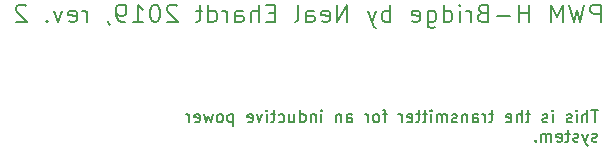
<source format=gbo>
G04 #@! TF.GenerationSoftware,KiCad,Pcbnew,(5.1.2)-2*
G04 #@! TF.CreationDate,2019-09-19T14:38:40-05:00*
G04 #@! TF.ProjectId,PWM-H-Bridge,50574d2d-482d-4427-9269-6467652e6b69,rev?*
G04 #@! TF.SameCoordinates,Original*
G04 #@! TF.FileFunction,Legend,Bot*
G04 #@! TF.FilePolarity,Positive*
%FSLAX46Y46*%
G04 Gerber Fmt 4.6, Leading zero omitted, Abs format (unit mm)*
G04 Created by KiCad (PCBNEW (5.1.2)-2) date 2019-09-19 14:38:40*
%MOMM*%
%LPD*%
G04 APERTURE LIST*
%ADD10C,0.150000*%
%ADD11C,0.200000*%
G04 APERTURE END LIST*
D10*
X109307261Y-61127380D02*
X108735833Y-61127380D01*
X109021547Y-62127380D02*
X109021547Y-61127380D01*
X108402500Y-62127380D02*
X108402500Y-61127380D01*
X107973928Y-62127380D02*
X107973928Y-61603571D01*
X108021547Y-61508333D01*
X108116785Y-61460714D01*
X108259642Y-61460714D01*
X108354880Y-61508333D01*
X108402500Y-61555952D01*
X107497738Y-62127380D02*
X107497738Y-61460714D01*
X107497738Y-61127380D02*
X107545357Y-61175000D01*
X107497738Y-61222619D01*
X107450119Y-61175000D01*
X107497738Y-61127380D01*
X107497738Y-61222619D01*
X107069166Y-62079761D02*
X106973928Y-62127380D01*
X106783452Y-62127380D01*
X106688214Y-62079761D01*
X106640595Y-61984523D01*
X106640595Y-61936904D01*
X106688214Y-61841666D01*
X106783452Y-61794047D01*
X106926309Y-61794047D01*
X107021547Y-61746428D01*
X107069166Y-61651190D01*
X107069166Y-61603571D01*
X107021547Y-61508333D01*
X106926309Y-61460714D01*
X106783452Y-61460714D01*
X106688214Y-61508333D01*
X105450119Y-62127380D02*
X105450119Y-61460714D01*
X105450119Y-61127380D02*
X105497738Y-61175000D01*
X105450119Y-61222619D01*
X105402500Y-61175000D01*
X105450119Y-61127380D01*
X105450119Y-61222619D01*
X105021547Y-62079761D02*
X104926309Y-62127380D01*
X104735833Y-62127380D01*
X104640595Y-62079761D01*
X104592976Y-61984523D01*
X104592976Y-61936904D01*
X104640595Y-61841666D01*
X104735833Y-61794047D01*
X104878690Y-61794047D01*
X104973928Y-61746428D01*
X105021547Y-61651190D01*
X105021547Y-61603571D01*
X104973928Y-61508333D01*
X104878690Y-61460714D01*
X104735833Y-61460714D01*
X104640595Y-61508333D01*
X103545357Y-61460714D02*
X103164404Y-61460714D01*
X103402500Y-61127380D02*
X103402500Y-61984523D01*
X103354880Y-62079761D01*
X103259642Y-62127380D01*
X103164404Y-62127380D01*
X102831071Y-62127380D02*
X102831071Y-61127380D01*
X102402500Y-62127380D02*
X102402500Y-61603571D01*
X102450119Y-61508333D01*
X102545357Y-61460714D01*
X102688214Y-61460714D01*
X102783452Y-61508333D01*
X102831071Y-61555952D01*
X101545357Y-62079761D02*
X101640595Y-62127380D01*
X101831071Y-62127380D01*
X101926309Y-62079761D01*
X101973928Y-61984523D01*
X101973928Y-61603571D01*
X101926309Y-61508333D01*
X101831071Y-61460714D01*
X101640595Y-61460714D01*
X101545357Y-61508333D01*
X101497738Y-61603571D01*
X101497738Y-61698809D01*
X101973928Y-61794047D01*
X100450119Y-61460714D02*
X100069166Y-61460714D01*
X100307261Y-61127380D02*
X100307261Y-61984523D01*
X100259642Y-62079761D01*
X100164404Y-62127380D01*
X100069166Y-62127380D01*
X99735833Y-62127380D02*
X99735833Y-61460714D01*
X99735833Y-61651190D02*
X99688214Y-61555952D01*
X99640595Y-61508333D01*
X99545357Y-61460714D01*
X99450119Y-61460714D01*
X98688214Y-62127380D02*
X98688214Y-61603571D01*
X98735833Y-61508333D01*
X98831071Y-61460714D01*
X99021547Y-61460714D01*
X99116785Y-61508333D01*
X98688214Y-62079761D02*
X98783452Y-62127380D01*
X99021547Y-62127380D01*
X99116785Y-62079761D01*
X99164404Y-61984523D01*
X99164404Y-61889285D01*
X99116785Y-61794047D01*
X99021547Y-61746428D01*
X98783452Y-61746428D01*
X98688214Y-61698809D01*
X98212023Y-61460714D02*
X98212023Y-62127380D01*
X98212023Y-61555952D02*
X98164404Y-61508333D01*
X98069166Y-61460714D01*
X97926309Y-61460714D01*
X97831071Y-61508333D01*
X97783452Y-61603571D01*
X97783452Y-62127380D01*
X97354880Y-62079761D02*
X97259642Y-62127380D01*
X97069166Y-62127380D01*
X96973928Y-62079761D01*
X96926309Y-61984523D01*
X96926309Y-61936904D01*
X96973928Y-61841666D01*
X97069166Y-61794047D01*
X97212023Y-61794047D01*
X97307261Y-61746428D01*
X97354880Y-61651190D01*
X97354880Y-61603571D01*
X97307261Y-61508333D01*
X97212023Y-61460714D01*
X97069166Y-61460714D01*
X96973928Y-61508333D01*
X96497738Y-62127380D02*
X96497738Y-61460714D01*
X96497738Y-61555952D02*
X96450119Y-61508333D01*
X96354880Y-61460714D01*
X96212023Y-61460714D01*
X96116785Y-61508333D01*
X96069166Y-61603571D01*
X96069166Y-62127380D01*
X96069166Y-61603571D02*
X96021547Y-61508333D01*
X95926309Y-61460714D01*
X95783452Y-61460714D01*
X95688214Y-61508333D01*
X95640595Y-61603571D01*
X95640595Y-62127380D01*
X95164404Y-62127380D02*
X95164404Y-61460714D01*
X95164404Y-61127380D02*
X95212023Y-61175000D01*
X95164404Y-61222619D01*
X95116785Y-61175000D01*
X95164404Y-61127380D01*
X95164404Y-61222619D01*
X94831071Y-61460714D02*
X94450119Y-61460714D01*
X94688214Y-61127380D02*
X94688214Y-61984523D01*
X94640595Y-62079761D01*
X94545357Y-62127380D01*
X94450119Y-62127380D01*
X94259642Y-61460714D02*
X93878690Y-61460714D01*
X94116785Y-61127380D02*
X94116785Y-61984523D01*
X94069166Y-62079761D01*
X93973928Y-62127380D01*
X93878690Y-62127380D01*
X93164404Y-62079761D02*
X93259642Y-62127380D01*
X93450119Y-62127380D01*
X93545357Y-62079761D01*
X93592976Y-61984523D01*
X93592976Y-61603571D01*
X93545357Y-61508333D01*
X93450119Y-61460714D01*
X93259642Y-61460714D01*
X93164404Y-61508333D01*
X93116785Y-61603571D01*
X93116785Y-61698809D01*
X93592976Y-61794047D01*
X92688214Y-62127380D02*
X92688214Y-61460714D01*
X92688214Y-61651190D02*
X92640595Y-61555952D01*
X92592976Y-61508333D01*
X92497738Y-61460714D01*
X92402500Y-61460714D01*
X91450119Y-61460714D02*
X91069166Y-61460714D01*
X91307261Y-62127380D02*
X91307261Y-61270238D01*
X91259642Y-61175000D01*
X91164404Y-61127380D01*
X91069166Y-61127380D01*
X90592976Y-62127380D02*
X90688214Y-62079761D01*
X90735833Y-62032142D01*
X90783452Y-61936904D01*
X90783452Y-61651190D01*
X90735833Y-61555952D01*
X90688214Y-61508333D01*
X90592976Y-61460714D01*
X90450119Y-61460714D01*
X90354880Y-61508333D01*
X90307261Y-61555952D01*
X90259642Y-61651190D01*
X90259642Y-61936904D01*
X90307261Y-62032142D01*
X90354880Y-62079761D01*
X90450119Y-62127380D01*
X90592976Y-62127380D01*
X89831071Y-62127380D02*
X89831071Y-61460714D01*
X89831071Y-61651190D02*
X89783452Y-61555952D01*
X89735833Y-61508333D01*
X89640595Y-61460714D01*
X89545357Y-61460714D01*
X88021547Y-62127380D02*
X88021547Y-61603571D01*
X88069166Y-61508333D01*
X88164404Y-61460714D01*
X88354880Y-61460714D01*
X88450119Y-61508333D01*
X88021547Y-62079761D02*
X88116785Y-62127380D01*
X88354880Y-62127380D01*
X88450119Y-62079761D01*
X88497738Y-61984523D01*
X88497738Y-61889285D01*
X88450119Y-61794047D01*
X88354880Y-61746428D01*
X88116785Y-61746428D01*
X88021547Y-61698809D01*
X87545357Y-61460714D02*
X87545357Y-62127380D01*
X87545357Y-61555952D02*
X87497738Y-61508333D01*
X87402500Y-61460714D01*
X87259642Y-61460714D01*
X87164404Y-61508333D01*
X87116785Y-61603571D01*
X87116785Y-62127380D01*
X85878690Y-62127380D02*
X85878690Y-61460714D01*
X85878690Y-61127380D02*
X85926309Y-61175000D01*
X85878690Y-61222619D01*
X85831071Y-61175000D01*
X85878690Y-61127380D01*
X85878690Y-61222619D01*
X85402500Y-61460714D02*
X85402500Y-62127380D01*
X85402500Y-61555952D02*
X85354880Y-61508333D01*
X85259642Y-61460714D01*
X85116785Y-61460714D01*
X85021547Y-61508333D01*
X84973928Y-61603571D01*
X84973928Y-62127380D01*
X84069166Y-62127380D02*
X84069166Y-61127380D01*
X84069166Y-62079761D02*
X84164404Y-62127380D01*
X84354880Y-62127380D01*
X84450119Y-62079761D01*
X84497738Y-62032142D01*
X84545357Y-61936904D01*
X84545357Y-61651190D01*
X84497738Y-61555952D01*
X84450119Y-61508333D01*
X84354880Y-61460714D01*
X84164404Y-61460714D01*
X84069166Y-61508333D01*
X83164404Y-61460714D02*
X83164404Y-62127380D01*
X83592976Y-61460714D02*
X83592976Y-61984523D01*
X83545357Y-62079761D01*
X83450119Y-62127380D01*
X83307261Y-62127380D01*
X83212023Y-62079761D01*
X83164404Y-62032142D01*
X82259642Y-62079761D02*
X82354880Y-62127380D01*
X82545357Y-62127380D01*
X82640595Y-62079761D01*
X82688214Y-62032142D01*
X82735833Y-61936904D01*
X82735833Y-61651190D01*
X82688214Y-61555952D01*
X82640595Y-61508333D01*
X82545357Y-61460714D01*
X82354880Y-61460714D01*
X82259642Y-61508333D01*
X81973928Y-61460714D02*
X81592976Y-61460714D01*
X81831071Y-61127380D02*
X81831071Y-61984523D01*
X81783452Y-62079761D01*
X81688214Y-62127380D01*
X81592976Y-62127380D01*
X81259642Y-62127380D02*
X81259642Y-61460714D01*
X81259642Y-61127380D02*
X81307261Y-61175000D01*
X81259642Y-61222619D01*
X81212023Y-61175000D01*
X81259642Y-61127380D01*
X81259642Y-61222619D01*
X80878690Y-61460714D02*
X80640595Y-62127380D01*
X80402500Y-61460714D01*
X79640595Y-62079761D02*
X79735833Y-62127380D01*
X79926309Y-62127380D01*
X80021547Y-62079761D01*
X80069166Y-61984523D01*
X80069166Y-61603571D01*
X80021547Y-61508333D01*
X79926309Y-61460714D01*
X79735833Y-61460714D01*
X79640595Y-61508333D01*
X79592976Y-61603571D01*
X79592976Y-61698809D01*
X80069166Y-61794047D01*
X78402500Y-61460714D02*
X78402500Y-62460714D01*
X78402500Y-61508333D02*
X78307261Y-61460714D01*
X78116785Y-61460714D01*
X78021547Y-61508333D01*
X77973928Y-61555952D01*
X77926309Y-61651190D01*
X77926309Y-61936904D01*
X77973928Y-62032142D01*
X78021547Y-62079761D01*
X78116785Y-62127380D01*
X78307261Y-62127380D01*
X78402500Y-62079761D01*
X77354880Y-62127380D02*
X77450119Y-62079761D01*
X77497738Y-62032142D01*
X77545357Y-61936904D01*
X77545357Y-61651190D01*
X77497738Y-61555952D01*
X77450119Y-61508333D01*
X77354880Y-61460714D01*
X77212023Y-61460714D01*
X77116785Y-61508333D01*
X77069166Y-61555952D01*
X77021547Y-61651190D01*
X77021547Y-61936904D01*
X77069166Y-62032142D01*
X77116785Y-62079761D01*
X77212023Y-62127380D01*
X77354880Y-62127380D01*
X76688214Y-61460714D02*
X76497738Y-62127380D01*
X76307261Y-61651190D01*
X76116785Y-62127380D01*
X75926309Y-61460714D01*
X75164404Y-62079761D02*
X75259642Y-62127380D01*
X75450119Y-62127380D01*
X75545357Y-62079761D01*
X75592976Y-61984523D01*
X75592976Y-61603571D01*
X75545357Y-61508333D01*
X75450119Y-61460714D01*
X75259642Y-61460714D01*
X75164404Y-61508333D01*
X75116785Y-61603571D01*
X75116785Y-61698809D01*
X75592976Y-61794047D01*
X74688214Y-62127380D02*
X74688214Y-61460714D01*
X74688214Y-61651190D02*
X74640595Y-61555952D01*
X74592976Y-61508333D01*
X74497738Y-61460714D01*
X74402500Y-61460714D01*
X109212023Y-63729761D02*
X109116785Y-63777380D01*
X108926309Y-63777380D01*
X108831071Y-63729761D01*
X108783452Y-63634523D01*
X108783452Y-63586904D01*
X108831071Y-63491666D01*
X108926309Y-63444047D01*
X109069166Y-63444047D01*
X109164404Y-63396428D01*
X109212023Y-63301190D01*
X109212023Y-63253571D01*
X109164404Y-63158333D01*
X109069166Y-63110714D01*
X108926309Y-63110714D01*
X108831071Y-63158333D01*
X108450119Y-63110714D02*
X108212023Y-63777380D01*
X107973928Y-63110714D02*
X108212023Y-63777380D01*
X108307261Y-64015476D01*
X108354880Y-64063095D01*
X108450119Y-64110714D01*
X107640595Y-63729761D02*
X107545357Y-63777380D01*
X107354880Y-63777380D01*
X107259642Y-63729761D01*
X107212023Y-63634523D01*
X107212023Y-63586904D01*
X107259642Y-63491666D01*
X107354880Y-63444047D01*
X107497738Y-63444047D01*
X107592976Y-63396428D01*
X107640595Y-63301190D01*
X107640595Y-63253571D01*
X107592976Y-63158333D01*
X107497738Y-63110714D01*
X107354880Y-63110714D01*
X107259642Y-63158333D01*
X106926309Y-63110714D02*
X106545357Y-63110714D01*
X106783452Y-62777380D02*
X106783452Y-63634523D01*
X106735833Y-63729761D01*
X106640595Y-63777380D01*
X106545357Y-63777380D01*
X105831071Y-63729761D02*
X105926309Y-63777380D01*
X106116785Y-63777380D01*
X106212023Y-63729761D01*
X106259642Y-63634523D01*
X106259642Y-63253571D01*
X106212023Y-63158333D01*
X106116785Y-63110714D01*
X105926309Y-63110714D01*
X105831071Y-63158333D01*
X105783452Y-63253571D01*
X105783452Y-63348809D01*
X106259642Y-63444047D01*
X105354880Y-63777380D02*
X105354880Y-63110714D01*
X105354880Y-63205952D02*
X105307261Y-63158333D01*
X105212023Y-63110714D01*
X105069166Y-63110714D01*
X104973928Y-63158333D01*
X104926309Y-63253571D01*
X104926309Y-63777380D01*
X104926309Y-63253571D02*
X104878690Y-63158333D01*
X104783452Y-63110714D01*
X104640595Y-63110714D01*
X104545357Y-63158333D01*
X104497738Y-63253571D01*
X104497738Y-63777380D01*
X104021547Y-63682142D02*
X103973928Y-63729761D01*
X104021547Y-63777380D01*
X104069166Y-63729761D01*
X104021547Y-63682142D01*
X104021547Y-63777380D01*
D11*
X109512857Y-53678571D02*
X109512857Y-52178571D01*
X108941428Y-52178571D01*
X108798571Y-52250000D01*
X108727142Y-52321428D01*
X108655714Y-52464285D01*
X108655714Y-52678571D01*
X108727142Y-52821428D01*
X108798571Y-52892857D01*
X108941428Y-52964285D01*
X109512857Y-52964285D01*
X108155714Y-52178571D02*
X107798571Y-53678571D01*
X107512857Y-52607142D01*
X107227142Y-53678571D01*
X106870000Y-52178571D01*
X106298571Y-53678571D02*
X106298571Y-52178571D01*
X105798571Y-53250000D01*
X105298571Y-52178571D01*
X105298571Y-53678571D01*
X103441428Y-53678571D02*
X103441428Y-52178571D01*
X103441428Y-52892857D02*
X102584285Y-52892857D01*
X102584285Y-53678571D02*
X102584285Y-52178571D01*
X101870000Y-53107142D02*
X100727142Y-53107142D01*
X99512857Y-52892857D02*
X99298571Y-52964285D01*
X99227142Y-53035714D01*
X99155714Y-53178571D01*
X99155714Y-53392857D01*
X99227142Y-53535714D01*
X99298571Y-53607142D01*
X99441428Y-53678571D01*
X100012857Y-53678571D01*
X100012857Y-52178571D01*
X99512857Y-52178571D01*
X99370000Y-52250000D01*
X99298571Y-52321428D01*
X99227142Y-52464285D01*
X99227142Y-52607142D01*
X99298571Y-52750000D01*
X99370000Y-52821428D01*
X99512857Y-52892857D01*
X100012857Y-52892857D01*
X98512857Y-53678571D02*
X98512857Y-52678571D01*
X98512857Y-52964285D02*
X98441428Y-52821428D01*
X98370000Y-52750000D01*
X98227142Y-52678571D01*
X98084285Y-52678571D01*
X97584285Y-53678571D02*
X97584285Y-52678571D01*
X97584285Y-52178571D02*
X97655714Y-52250000D01*
X97584285Y-52321428D01*
X97512857Y-52250000D01*
X97584285Y-52178571D01*
X97584285Y-52321428D01*
X96227142Y-53678571D02*
X96227142Y-52178571D01*
X96227142Y-53607142D02*
X96370000Y-53678571D01*
X96655714Y-53678571D01*
X96798571Y-53607142D01*
X96870000Y-53535714D01*
X96941428Y-53392857D01*
X96941428Y-52964285D01*
X96870000Y-52821428D01*
X96798571Y-52750000D01*
X96655714Y-52678571D01*
X96370000Y-52678571D01*
X96227142Y-52750000D01*
X94870000Y-52678571D02*
X94870000Y-53892857D01*
X94941428Y-54035714D01*
X95012857Y-54107142D01*
X95155714Y-54178571D01*
X95370000Y-54178571D01*
X95512857Y-54107142D01*
X94870000Y-53607142D02*
X95012857Y-53678571D01*
X95298571Y-53678571D01*
X95441428Y-53607142D01*
X95512857Y-53535714D01*
X95584285Y-53392857D01*
X95584285Y-52964285D01*
X95512857Y-52821428D01*
X95441428Y-52750000D01*
X95298571Y-52678571D01*
X95012857Y-52678571D01*
X94870000Y-52750000D01*
X93584285Y-53607142D02*
X93727142Y-53678571D01*
X94012857Y-53678571D01*
X94155714Y-53607142D01*
X94227142Y-53464285D01*
X94227142Y-52892857D01*
X94155714Y-52750000D01*
X94012857Y-52678571D01*
X93727142Y-52678571D01*
X93584285Y-52750000D01*
X93512857Y-52892857D01*
X93512857Y-53035714D01*
X94227142Y-53178571D01*
X91727142Y-53678571D02*
X91727142Y-52178571D01*
X91727142Y-52750000D02*
X91584285Y-52678571D01*
X91298571Y-52678571D01*
X91155714Y-52750000D01*
X91084285Y-52821428D01*
X91012857Y-52964285D01*
X91012857Y-53392857D01*
X91084285Y-53535714D01*
X91155714Y-53607142D01*
X91298571Y-53678571D01*
X91584285Y-53678571D01*
X91727142Y-53607142D01*
X90512857Y-52678571D02*
X90155714Y-53678571D01*
X89798571Y-52678571D02*
X90155714Y-53678571D01*
X90298571Y-54035714D01*
X90369999Y-54107142D01*
X90512857Y-54178571D01*
X88084285Y-53678571D02*
X88084285Y-52178571D01*
X87227142Y-53678571D01*
X87227142Y-52178571D01*
X85941428Y-53607142D02*
X86084285Y-53678571D01*
X86370000Y-53678571D01*
X86512857Y-53607142D01*
X86584285Y-53464285D01*
X86584285Y-52892857D01*
X86512857Y-52750000D01*
X86370000Y-52678571D01*
X86084285Y-52678571D01*
X85941428Y-52750000D01*
X85870000Y-52892857D01*
X85870000Y-53035714D01*
X86584285Y-53178571D01*
X84584285Y-53678571D02*
X84584285Y-52892857D01*
X84655714Y-52750000D01*
X84798571Y-52678571D01*
X85084285Y-52678571D01*
X85227142Y-52750000D01*
X84584285Y-53607142D02*
X84727142Y-53678571D01*
X85084285Y-53678571D01*
X85227142Y-53607142D01*
X85298571Y-53464285D01*
X85298571Y-53321428D01*
X85227142Y-53178571D01*
X85084285Y-53107142D01*
X84727142Y-53107142D01*
X84584285Y-53035714D01*
X83655714Y-53678571D02*
X83798571Y-53607142D01*
X83869999Y-53464285D01*
X83869999Y-52178571D01*
X81941428Y-52892857D02*
X81441428Y-52892857D01*
X81227142Y-53678571D02*
X81941428Y-53678571D01*
X81941428Y-52178571D01*
X81227142Y-52178571D01*
X80584285Y-53678571D02*
X80584285Y-52178571D01*
X79941428Y-53678571D02*
X79941428Y-52892857D01*
X80012857Y-52750000D01*
X80155714Y-52678571D01*
X80369999Y-52678571D01*
X80512857Y-52750000D01*
X80584285Y-52821428D01*
X78584285Y-53678571D02*
X78584285Y-52892857D01*
X78655714Y-52750000D01*
X78798571Y-52678571D01*
X79084285Y-52678571D01*
X79227142Y-52750000D01*
X78584285Y-53607142D02*
X78727142Y-53678571D01*
X79084285Y-53678571D01*
X79227142Y-53607142D01*
X79298571Y-53464285D01*
X79298571Y-53321428D01*
X79227142Y-53178571D01*
X79084285Y-53107142D01*
X78727142Y-53107142D01*
X78584285Y-53035714D01*
X77869999Y-53678571D02*
X77869999Y-52678571D01*
X77869999Y-52964285D02*
X77798571Y-52821428D01*
X77727142Y-52750000D01*
X77584285Y-52678571D01*
X77441428Y-52678571D01*
X76298571Y-53678571D02*
X76298571Y-52178571D01*
X76298571Y-53607142D02*
X76441428Y-53678571D01*
X76727142Y-53678571D01*
X76869999Y-53607142D01*
X76941428Y-53535714D01*
X77012857Y-53392857D01*
X77012857Y-52964285D01*
X76941428Y-52821428D01*
X76869999Y-52750000D01*
X76727142Y-52678571D01*
X76441428Y-52678571D01*
X76298571Y-52750000D01*
X75798571Y-52678571D02*
X75227142Y-52678571D01*
X75584285Y-52178571D02*
X75584285Y-53464285D01*
X75512857Y-53607142D01*
X75369999Y-53678571D01*
X75227142Y-53678571D01*
X73655714Y-52321428D02*
X73584285Y-52250000D01*
X73441428Y-52178571D01*
X73084285Y-52178571D01*
X72941428Y-52250000D01*
X72869999Y-52321428D01*
X72798571Y-52464285D01*
X72798571Y-52607142D01*
X72869999Y-52821428D01*
X73727142Y-53678571D01*
X72798571Y-53678571D01*
X71869999Y-52178571D02*
X71727142Y-52178571D01*
X71584285Y-52250000D01*
X71512857Y-52321428D01*
X71441428Y-52464285D01*
X71369999Y-52750000D01*
X71369999Y-53107142D01*
X71441428Y-53392857D01*
X71512857Y-53535714D01*
X71584285Y-53607142D01*
X71727142Y-53678571D01*
X71869999Y-53678571D01*
X72012857Y-53607142D01*
X72084285Y-53535714D01*
X72155714Y-53392857D01*
X72227142Y-53107142D01*
X72227142Y-52750000D01*
X72155714Y-52464285D01*
X72084285Y-52321428D01*
X72012857Y-52250000D01*
X71869999Y-52178571D01*
X69941428Y-53678571D02*
X70798571Y-53678571D01*
X70369999Y-53678571D02*
X70369999Y-52178571D01*
X70512857Y-52392857D01*
X70655714Y-52535714D01*
X70798571Y-52607142D01*
X69227142Y-53678571D02*
X68941428Y-53678571D01*
X68798571Y-53607142D01*
X68727142Y-53535714D01*
X68584285Y-53321428D01*
X68512857Y-53035714D01*
X68512857Y-52464285D01*
X68584285Y-52321428D01*
X68655714Y-52250000D01*
X68798571Y-52178571D01*
X69084285Y-52178571D01*
X69227142Y-52250000D01*
X69298571Y-52321428D01*
X69369999Y-52464285D01*
X69369999Y-52821428D01*
X69298571Y-52964285D01*
X69227142Y-53035714D01*
X69084285Y-53107142D01*
X68798571Y-53107142D01*
X68655714Y-53035714D01*
X68584285Y-52964285D01*
X68512857Y-52821428D01*
X67798571Y-53607142D02*
X67798571Y-53678571D01*
X67869999Y-53821428D01*
X67941428Y-53892857D01*
X66012857Y-53678571D02*
X66012857Y-52678571D01*
X66012857Y-52964285D02*
X65941428Y-52821428D01*
X65869999Y-52750000D01*
X65727142Y-52678571D01*
X65584285Y-52678571D01*
X64512857Y-53607142D02*
X64655714Y-53678571D01*
X64941428Y-53678571D01*
X65084285Y-53607142D01*
X65155714Y-53464285D01*
X65155714Y-52892857D01*
X65084285Y-52750000D01*
X64941428Y-52678571D01*
X64655714Y-52678571D01*
X64512857Y-52750000D01*
X64441428Y-52892857D01*
X64441428Y-53035714D01*
X65155714Y-53178571D01*
X63941428Y-52678571D02*
X63584285Y-53678571D01*
X63227142Y-52678571D01*
X62655714Y-53535714D02*
X62584285Y-53607142D01*
X62655714Y-53678571D01*
X62727142Y-53607142D01*
X62655714Y-53535714D01*
X62655714Y-53678571D01*
X60869999Y-52321428D02*
X60798571Y-52250000D01*
X60655714Y-52178571D01*
X60298571Y-52178571D01*
X60155714Y-52250000D01*
X60084285Y-52321428D01*
X60012857Y-52464285D01*
X60012857Y-52607142D01*
X60084285Y-52821428D01*
X60941428Y-53678571D01*
X60012857Y-53678571D01*
M02*

</source>
